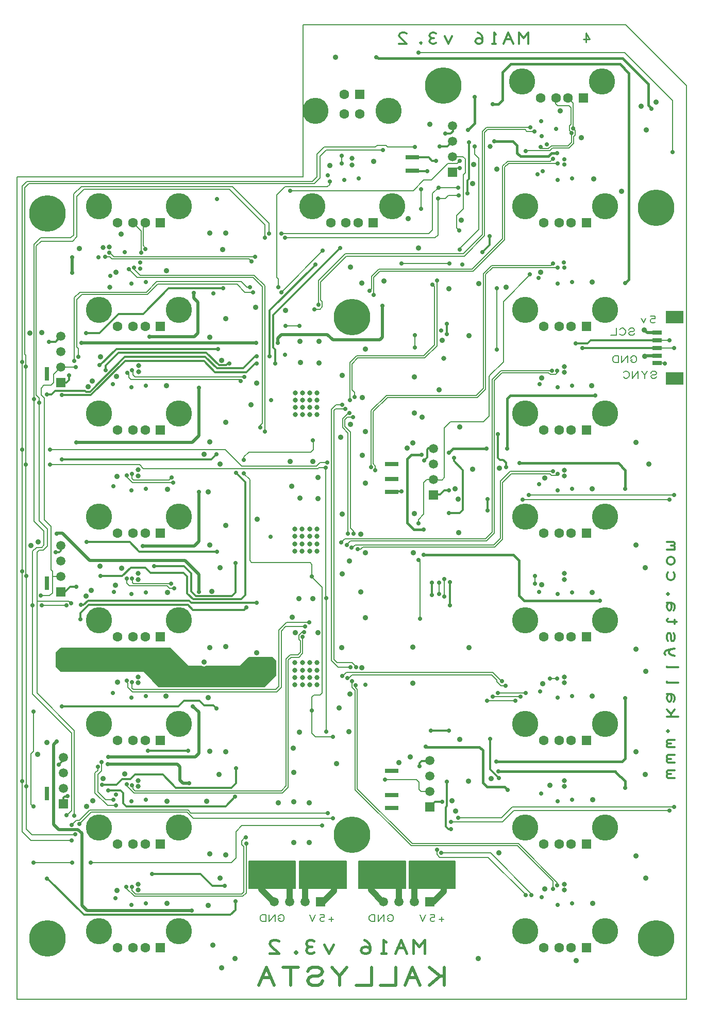
<source format=gbr>
%FSLAX35Y35*%
%MOIN*%
G04 EasyPC Gerber Version 18.0.8 Build 3632 *
%ADD27R,0.03150X0.08661*%
%ADD22R,0.05906X0.05906*%
%ADD14R,0.06299X0.06299*%
%ADD10C,0.00500*%
%ADD71C,0.00591*%
%ADD73C,0.00787*%
%ADD72C,0.00827*%
%ADD12C,0.00984*%
%ADD21C,0.01181*%
%ADD20C,0.01575*%
%ADD11C,0.01969*%
%ADD19C,0.02756*%
%ADD13C,0.03150*%
%ADD70C,0.03543*%
%ADD29C,0.03937*%
%ADD23C,0.05906*%
%ADD15C,0.06299*%
%ADD17C,0.11811*%
%ADD16C,0.16929*%
%ADD18C,0.23622*%
%ADD24R,0.06299X0.02756*%
%ADD28R,0.08661X0.03150*%
%ADD26R,0.05906X0.05906*%
%ADD25R,0.11811X0.08268*%
X0Y0D02*
D02*
D10*
X78740Y98425D02*
Y629921D01*
X263780*
Y728346*
X472441*
X511811Y688976*
Y98425*
X78740*
X170439Y300467D02*
X238616D01*
X245984Y307835*
Y317047*
X243504Y319528*
X235090*
G75*
G02X232430I-1330J2913*
G01*
X228622*
X222953Y313858*
X201593*
G75*
G02X197541I-2026J2480*
G01*
X189291*
X177598Y325551*
X107087*
X103898Y322362*
Y313504*
X107087Y310315*
X160591*
X170439Y300467*
G36*
X238616*
X245984Y307835*
Y317047*
X243504Y319528*
X235090*
G75*
G02X232430I-1330J2913*
G01*
X228622*
X222953Y313858*
X201593*
G75*
G02X197541I-2026J2480*
G01*
X189291*
X177598Y325551*
X107087*
X103898Y322362*
Y313504*
X107087Y310315*
X160591*
X170439Y300467*
G37*
X258681Y170142D02*
Y187894D01*
X228799*
Y170142*
X258681*
G36*
Y187894*
X228799*
Y170142*
X258681*
G37*
X261150D02*
X291551D01*
Y187894*
X261150*
Y170142*
G36*
X291551*
Y187894*
X261150*
Y170142*
G37*
X299736D02*
X329921D01*
Y187894*
X299736*
Y170142*
G36*
X329921*
Y187894*
X299736*
Y170142*
G37*
X332390D02*
X362098D01*
Y187894*
X332390*
Y170142*
G36*
X362098*
Y187894*
X332390*
Y170142*
G37*
D02*
D11*
X114173Y567913D02*
Y577953D01*
X137500Y255217D02*
X193996D01*
X196161Y257382*
Y284055*
X192323Y287894*
X159941Y391339D02*
X193406D01*
X196358Y394291*
Y426575*
X189862Y238110D02*
X186142D01*
X184094Y240157*
Y248720*
X182421Y250394*
X137205*
X191732Y155807D02*
X123917D01*
X120571Y159154*
Y205610*
X118110Y208071*
X105610*
X102362Y211319*
Y263091*
X104232Y264961*
X104331*
X192913Y555020D02*
Y551890D01*
X195669Y549134*
Y529114*
X193331Y526776*
X164276*
X196457Y361909D02*
Y373091D01*
X187343Y382205*
X125512*
X108051Y399665*
X104449*
X104291Y399508*
X196457Y493799D02*
Y462697D01*
X192028Y458268*
X117028*
Y458366*
X232035Y173650D02*
X235445D01*
X236654Y172441*
X233157Y522878D02*
Y522677D01*
X120197*
X236654Y172441D02*
X240063D01*
X241272Y173650*
Y173988*
X244449Y177165*
Y176827*
X247626Y173650*
X251035*
X252244Y172441*
X255654*
X256862Y173650*
X315059Y546654D02*
Y526378D01*
X313386Y524705*
X282854*
X279331Y528228*
X249685*
X247244Y525787*
Y522878*
X355118Y107402D02*
Y119213D01*
Y113307D02*
X352165D01*
X345276Y119213*
X352165Y113307D02*
X345276Y107402D01*
X339370D02*
X334449Y119213D01*
X329528Y107402*
X337402Y112323D02*
X331496D01*
X323622Y119213D02*
Y107402D01*
X313780*
X307874Y119213D02*
Y107402D01*
X298031*
X287205D02*
Y113307D01*
X292126Y119213*
X287205Y113307D02*
X282283Y119213D01*
X276378Y110354D02*
X275394Y108386D01*
X273425Y107402*
X269488*
X267520Y108386*
X266535Y110354*
X267520Y112323*
X269488Y113307*
X273425*
X275394Y114291*
X276378Y116260*
X275394Y118228*
X273425Y119213*
X269488*
X267520Y118228*
X266535Y116260*
X255709Y107402D02*
Y119213D01*
X260630D02*
X250787D01*
X244882Y107402D02*
X239961Y119213D01*
X235039Y107402*
X242913Y112323D02*
X237008D01*
X492717Y514567D02*
X485315D01*
X484803Y514055*
X492717Y529331D02*
X486181D01*
X484449Y531063*
D02*
D12*
X446555Y717146D02*
Y723051D01*
X449016Y719114*
X445079*
D02*
D13*
X134370Y584567D03*
X138386Y584646D03*
X138583Y558661D03*
X157087Y302913D03*
Y306654D03*
X157126Y169094D03*
Y172835D03*
Y236024D03*
Y239764D03*
Y369882D03*
Y373622D03*
Y436850D03*
Y440591D03*
X157480Y504173D03*
Y507913D03*
X258386Y388150D03*
Y392874D03*
Y397598D03*
Y402323D03*
X258425Y301772D03*
Y306496D03*
Y311220D03*
Y315945D03*
X258504Y476339D03*
Y481063D03*
Y485787D03*
Y490512D03*
X263110Y388150D03*
Y392874D03*
Y397598D03*
Y402323D03*
X263150Y301772D03*
Y306496D03*
Y311220D03*
Y315945D03*
X263228Y476339D03*
Y481063D03*
Y485787D03*
Y490512D03*
X267835Y388150D03*
Y392874D03*
Y397598D03*
Y402323D03*
X267874Y301772D03*
Y306496D03*
Y311220D03*
Y315945D03*
X267953Y476339D03*
Y481063D03*
Y485787D03*
Y490512D03*
X272559Y388150D03*
Y392874D03*
Y397598D03*
Y402323D03*
X272598Y301772D03*
Y306496D03*
Y311220D03*
Y315945D03*
X272677Y476339D03*
Y481063D03*
Y485787D03*
Y490512D03*
X295276Y637894D03*
Y641929D03*
X354724Y512894D03*
X384744Y649902D03*
X432677Y169055D03*
Y172795D03*
Y235984D03*
Y239724D03*
Y302913D03*
Y306654D03*
Y369843D03*
Y373583D03*
Y436772D03*
Y440512D03*
X432717Y503780D03*
Y507520D03*
D02*
D14*
X171339Y131890D03*
Y198819D03*
Y265748D03*
Y332677D03*
Y399606D03*
Y466535D03*
Y533465D03*
Y600394D03*
X300197Y683465D03*
X309134Y600394D03*
X444961Y681102D03*
X446929Y131890D03*
Y198819D03*
Y265748D03*
Y332677D03*
Y399606D03*
Y466535D03*
Y533465D03*
Y600394D03*
D02*
D15*
X143780Y131890D03*
Y198819D03*
Y265748D03*
Y332677D03*
Y399606D03*
Y466535D03*
Y533465D03*
Y600394D03*
X153622Y131890D03*
Y198819D03*
Y265748D03*
Y332677D03*
Y399606D03*
Y466535D03*
Y533465D03*
Y600394D03*
X161496Y131890D03*
Y198819D03*
Y265748D03*
Y332677D03*
Y399606D03*
Y466535D03*
Y533465D03*
Y600394D03*
X281575D03*
X290354Y670866D03*
Y683465D03*
X291417Y600394D03*
X299291D03*
X300197Y670866D03*
X417402Y681102D03*
X419370Y131890D03*
Y198819D03*
Y265748D03*
Y332677D03*
Y399606D03*
Y466535D03*
Y533465D03*
Y600394D03*
X427244Y681102D03*
X429213Y131890D03*
Y198819D03*
Y265748D03*
Y332677D03*
Y399606D03*
Y466535D03*
Y533465D03*
Y600394D03*
X435118Y681102D03*
X437087Y131890D03*
Y198819D03*
Y265748D03*
Y332677D03*
Y399606D03*
Y466535D03*
Y533465D03*
Y600394D03*
D02*
D16*
X131693Y142559D03*
Y209488D03*
Y276417D03*
Y343346D03*
Y410276D03*
Y477205D03*
Y544134D03*
Y611063D03*
X183425Y142559D03*
Y209488D03*
Y276417D03*
Y343346D03*
Y410276D03*
Y477205D03*
Y544134D03*
Y611063D03*
X269488D03*
X271575Y672835D03*
X318976D03*
X321220Y611063D03*
X405315Y691772D03*
X407283Y142559D03*
Y209488D03*
Y276417D03*
Y343346D03*
Y410276D03*
Y477205D03*
Y544134D03*
Y611063D03*
X457047Y691772D03*
X459016Y142559D03*
Y209488D03*
Y276417D03*
Y343346D03*
Y410276D03*
Y477205D03*
Y544134D03*
Y611063D03*
D02*
D17*
X236654Y181102D03*
X252244D03*
X267835D03*
X283425D03*
X307520D03*
X323110D03*
X338701D03*
X354291D03*
D02*
D18*
X98425Y137795D03*
Y606299D03*
X295276Y204724D03*
Y539370D03*
X354331Y688976D03*
X492126Y137795D03*
Y610236D03*
D02*
D19*
X82087Y239272D03*
Y375197D03*
Y453878D03*
Y510531D03*
X84449Y443947D03*
Y507480D03*
X84547Y236024D03*
Y372047D03*
X88681Y353051D03*
X89213Y186811D03*
Y222992D03*
Y284370D03*
X89724Y486535D03*
X92913Y484055D03*
X94134Y359252D03*
X94587Y353051D03*
X97874Y231417D03*
Y367441D03*
Y502835D03*
X98071Y176476D03*
Y489488D03*
X99311Y523524D03*
X99941Y443947D03*
X99980Y453898D03*
X103780Y387500D03*
X104291Y399508D03*
X104331Y264961D03*
X105709Y250098D03*
X107028Y371673D03*
Y381673D03*
Y517067D03*
X107520Y287874D03*
Y447559D03*
Y489016D03*
X108563Y234862D03*
Y244862D03*
X110630Y217421D03*
Y353051D03*
X111319Y229823D03*
X112402Y501772D03*
X113780Y354429D03*
X113976Y201181D03*
Y211122D03*
X114173Y567913D03*
Y577953D03*
X114291Y186811D03*
X115591Y510984D03*
X115650Y217126D03*
X116437Y204921D03*
X116496Y507047D03*
X117028Y365059D03*
Y458366D03*
X118406Y513780D03*
X118996Y211614D03*
X119724Y343976D03*
X119843Y353307D03*
X120197Y522677D03*
X123150Y529016D03*
X123780Y393996D03*
X126181Y186811D03*
X131102Y248622D03*
X131299Y577953D03*
X131890Y508268D03*
X132520Y372047D03*
X133465Y251673D03*
X133583Y236929D03*
X135787Y578543D03*
X135945Y505118D03*
X137205Y250394D03*
X137500Y255217D03*
X137598Y233543D03*
X138425Y581102D03*
X138976Y565945D03*
X140748Y296378D03*
X140787Y496024D03*
X140846Y227362D03*
X141024Y430236D03*
X141299Y361890D03*
X142244Y163701D03*
X142520Y223622D03*
X142559Y230709D03*
X148386Y581339D03*
X149409Y171063D03*
X149606Y237323D03*
Y370374D03*
Y437165D03*
X149705Y304331D03*
X150000Y503543D03*
X150984Y570276D03*
X152598Y159567D03*
Y226496D03*
Y293425D03*
Y360354D03*
Y427283D03*
Y494213D03*
Y561142D03*
X152854Y438189D03*
X152953Y171063D03*
Y236614D03*
Y303248D03*
Y370472D03*
X153051Y504921D03*
X154331Y571260D03*
X158465Y570748D03*
Y574646D03*
X158819Y581024D03*
X159941Y391339D03*
X161654Y583504D03*
X161909Y495177D03*
X162008Y160531D03*
Y227461D03*
Y294390D03*
Y361339D03*
Y428248D03*
X162067Y562185D03*
X163189Y259173D03*
X164276Y526776D03*
X165945Y179331D03*
X167402Y378386D03*
X178307Y367008D03*
X178661Y435748D03*
X179724Y432559D03*
X180413Y364173D03*
X189173Y259173D03*
X189862Y238110D03*
X191732Y155807D03*
X192323Y287894D03*
X192913Y555020D03*
X196358Y426575D03*
X196457Y361909D03*
Y493799D03*
X205787Y554606D03*
X207677Y286535D03*
Y450787D03*
X207913Y387835D03*
X208071Y615748D03*
X208543Y518858D03*
X212087Y557913D03*
X213091Y171654D03*
X215827Y509449D03*
X219685Y229252D03*
X219882Y161614D03*
X220039Y380394D03*
X220354Y438898D03*
X220394Y247874D03*
X223307Y498110D03*
X225276Y438543D03*
Y447008D03*
X225787Y500591D03*
X226496Y202953D03*
X226850Y199055D03*
X227126Y351654D03*
X229331Y558701D03*
X230394Y575354D03*
X231457Y555512D03*
X232520Y578543D03*
X233157Y522878D03*
X233504Y354803D03*
X233622Y513976D03*
X233740Y509567D03*
X236063Y467992D03*
X238898Y465512D03*
Y590591D03*
X241732Y593425D03*
X242008Y513976D03*
X242677Y397559D03*
X242874Y485630D03*
X243504Y311024D03*
Y314921D03*
X245630Y509567D03*
X247244Y522878D03*
X247756Y558701D03*
X249528Y555512D03*
Y593425D03*
X251890Y515079D03*
X252008Y590591D03*
X252362Y533661D03*
X255197Y621220D03*
X261378Y533819D03*
X263346Y332638D03*
X264409Y335827D03*
X265118Y339370D03*
X267598Y342205D03*
X269173Y285197D03*
X269449Y371654D03*
X269882Y459606D03*
X271142Y544528D03*
X271535Y573268D03*
X273622Y547480D03*
X275984Y210787D03*
X276280Y582264D03*
X278150Y441929D03*
X278543Y271555D03*
Y357677D03*
X279232Y445276D03*
X279528Y631024D03*
X279764Y218898D03*
X281004Y627067D03*
X282874Y215551D03*
X282953Y267953D03*
X287795Y584213D03*
X288386Y393701D03*
X288583Y638780D03*
Y643740D03*
X288976Y482579D03*
X289094Y307283D03*
X290394Y628071D03*
X291142Y480020D03*
X292047Y392205D03*
X292421Y306102D03*
X292598Y399488D03*
X293504Y477461D03*
X293819Y485709D03*
X294390Y313189D03*
X295079Y390354D03*
X295374Y304134D03*
X296063Y474705D03*
X296260Y399508D03*
X296850Y487598D03*
X297717Y301457D03*
X297835Y313091D03*
X298819Y389370D03*
X299803Y629035D03*
X304134Y301870D03*
X306575Y556575D03*
X307638Y442559D03*
X309409Y553740D03*
X310433Y440453D03*
X310965Y707402D03*
X315059Y546654D03*
X315157Y647343D03*
X316654Y240394D03*
X320768Y444291D03*
X320866Y222047D03*
Y230413D03*
Y246161D03*
X320965Y434646D03*
X327264Y426673D03*
X327461Y574213D03*
X335984Y649409D03*
X336024Y527657D03*
X336122Y519587D03*
X338150Y382559D03*
Y406220D03*
X338465Y710335D03*
X338819Y249016D03*
X339409Y344449D03*
X339961Y609547D03*
Y621949D03*
X340453Y450295D03*
X341693Y385728D03*
Y402165D03*
X341831Y446654D03*
X343012Y261614D03*
X344134Y633819D03*
X345768Y232657D03*
Y242657D03*
X346260Y271949D03*
X346850Y359843D03*
Y367815D03*
X347323Y560472D03*
X348130Y434311D03*
Y444311D03*
X349803Y640551D03*
X350157Y195118D03*
Y562953D03*
X350866Y616043D03*
X351280Y623228D03*
X351654Y360276D03*
Y367717D03*
X352067Y649902D03*
X352992Y193031D03*
X353051Y530906D03*
X353701Y225984D03*
X354843Y358858D03*
Y370197D03*
X355807Y657972D03*
X356594Y528248D03*
Y534941D03*
X356772Y239213D03*
X357972Y427362D03*
X358071Y271949D03*
Y412598D03*
X358120Y451870D03*
X358169Y574114D03*
X358661Y353150D03*
Y368012D03*
X359370Y208386D03*
Y213091D03*
X360335Y643228D03*
X361220Y448327D03*
X363976Y215650D03*
Y623228D03*
X364331Y617913D03*
X364685Y595354D03*
X364862Y582972D03*
X364961Y635630D03*
X365059Y640551D03*
X366732Y573524D03*
X369961Y619291D03*
X370276Y660335D03*
X370965Y652559D03*
X374508Y649803D03*
X374606Y681654D03*
X379724Y581496D03*
X382234Y454281D03*
X382756Y291535D03*
X382874Y414469D03*
Y421850D03*
X384154Y591831D03*
X384646Y266634D03*
X386299Y294016D03*
Y677047D03*
X387205Y653051D03*
X388583Y251969D03*
X388976Y518406D03*
Y558169D03*
X389488Y296496D03*
X389764Y463583D03*
X390059Y245669D03*
X390157Y241437D03*
X392323Y303937D03*
X394803Y301102D03*
X394980Y442421D03*
X395571Y454281D03*
X395965Y233760D03*
X400827Y291535D03*
X403593Y444980D03*
X404370Y294016D03*
X405787Y421575D03*
X407559Y165748D03*
Y296496D03*
X407579Y646752D03*
X409685Y424409D03*
X410472Y566929D03*
X410748Y662165D03*
X411457Y165748D03*
X413425Y659488D03*
X413563Y372047D03*
X413583Y367008D03*
X415394Y631811D03*
X416142Y564606D03*
X416339Y361811D03*
X416417Y431575D03*
X416575Y495945D03*
X417087Y297559D03*
X417244Y649528D03*
X417618Y666043D03*
X417638Y231417D03*
X417815Y656299D03*
X418110Y164528D03*
X418602Y633661D03*
X421220Y651063D03*
X423150Y305709D03*
X424567Y504843D03*
X425276Y169646D03*
Y439646D03*
Y641614D03*
X425394Y573917D03*
X427244Y661102D03*
X427953Y645276D03*
X428110Y172126D03*
Y305709D03*
Y504843D03*
X428189Y159567D03*
Y226496D03*
Y293425D03*
Y360354D03*
Y427283D03*
Y494213D03*
Y561142D03*
Y628071D03*
X428307Y571457D03*
X428465Y438228D03*
Y638780D03*
X432480Y574705D03*
X432579Y571358D03*
Y641535D03*
X432677Y638189D03*
X437323Y658268D03*
X437500Y160531D03*
Y495177D03*
X437598Y227461D03*
Y294390D03*
Y361319D03*
Y562106D03*
Y629035D03*
X437677Y428307D03*
X438386Y661457D03*
X439961Y522441D03*
X444193Y519488D03*
X452510Y488730D03*
X455807Y356004D03*
X471949Y235236D03*
X472047Y293012D03*
Y561535D03*
X472146Y428445D03*
X488976Y673957D03*
X497559Y509449D03*
X500748Y220315D03*
Y421575D03*
Y524331D03*
X502520Y646220D03*
X503583Y222795D03*
Y424409D03*
Y519370D03*
D02*
D70*
X86909Y529035D03*
X87795Y391732D03*
X91929Y256594D03*
X92421Y394094D03*
X94685Y529409D03*
X97933Y264567D03*
X108504Y318110D03*
X113110D03*
X117717D03*
X119094Y583858D03*
X122323Y318110D03*
X123425Y359154D03*
X123524Y223031D03*
X124705Y494488D03*
X126772Y362697D03*
X126929Y318110D03*
X127264Y498228D03*
X127657Y226772D03*
X131535Y318110D03*
X132480Y378346D03*
X132598Y513819D03*
X134370Y241220D03*
X142205Y366063D03*
X142520Y568268D03*
X142874Y500945D03*
X143406Y168701D03*
Y436516D03*
X143504Y303445D03*
X146063Y593071D03*
X146378Y377244D03*
X148327Y244094D03*
X174902Y294390D03*
X175394Y495177D03*
X175472Y569331D03*
X175591Y160531D03*
X175787Y226476D03*
X175945Y428228D03*
X175984Y361260D03*
X199508Y450689D03*
X199567Y316339D03*
X201339Y226339D03*
X202362Y158957D03*
Y426280D03*
X202402Y293307D03*
X203386Y458622D03*
X203445Y192323D03*
X203465Y258583D03*
Y325906D03*
Y391929D03*
Y526386D03*
Y593780D03*
X204528Y362047D03*
X205217Y133366D03*
X209252Y243701D03*
X209843Y444488D03*
X210039Y176772D03*
Y377461D03*
X210827Y118701D03*
X210906Y511575D03*
X211614Y583150D03*
X213583Y191732D03*
Y258268D03*
Y326260D03*
Y404724D03*
Y471378D03*
Y538484D03*
Y593701D03*
X219488Y124606D03*
X230039Y482874D03*
X232035Y173650D03*
X233087Y545874D03*
X233504Y496594D03*
X233760Y322441D03*
X233839Y408701D03*
X236654Y172441D03*
X241272Y173650D03*
X244449Y177165D03*
X247626Y173650D03*
X247638Y225295D03*
X252244Y172441D03*
X252264Y543799D03*
X255197Y446024D03*
X256260Y430079D03*
X256614Y345394D03*
X256862Y173650D03*
X257480Y260827D03*
X257579Y225984D03*
X257677Y199705D03*
Y245177D03*
X258563Y335433D03*
X261122Y357382D03*
X261220Y270984D03*
X261575Y422283D03*
Y523622D03*
X262106Y510039D03*
X263217Y173650D03*
X267520Y199902D03*
X267618Y225295D03*
X267835Y172441D03*
X269980Y357283D03*
Y446161D03*
X272453Y173650D03*
X273268Y335472D03*
Y435748D03*
X273327Y422146D03*
X273976Y509685D03*
X274134Y523622D03*
X275630Y177165D03*
X278807Y173650D03*
X281063Y637362D03*
X283425Y172441D03*
X284528Y707559D03*
X285315Y250787D03*
X287106Y286811D03*
X288043Y173650D03*
X288071Y461614D03*
X288681Y325689D03*
X288858Y373386D03*
X289094Y501614D03*
X289134Y412165D03*
X293307Y271358D03*
X293701Y381890D03*
X293819Y295787D03*
X294173Y470118D03*
X294390Y571850D03*
X300906Y361693D03*
X301083Y399016D03*
X301673Y312697D03*
X301732Y561457D03*
X301890Y487283D03*
X301969Y449921D03*
X302972Y173650D03*
X304016Y431969D03*
X304035Y387008D03*
X304094Y344961D03*
Y518661D03*
X304134Y465551D03*
X307591Y172441D03*
X309154Y639961D03*
X312209Y173650D03*
X315386Y177165D03*
X315866Y562795D03*
X318563Y173650D03*
X323181Y172441D03*
X325787Y251476D03*
X327799Y173650D03*
X330906Y454724D03*
X331496Y603051D03*
X333071Y255020D03*
X334154Y173650D03*
X334547Y302657D03*
X334606Y326142D03*
X334744Y458169D03*
X334882Y387106D03*
X335551Y412559D03*
X335748Y477402D03*
Y500748D03*
X338425Y584213D03*
X338772Y172441D03*
X340650Y474902D03*
X343390Y173650D03*
X345551Y663937D03*
X346567Y177165D03*
X349744Y173650D03*
X351575Y492323D03*
X353642Y524409D03*
X354362Y172441D03*
X358071Y557874D03*
X358980Y173650D03*
X359882Y226614D03*
X362106Y428543D03*
X362205Y220177D03*
X363976Y421900D03*
X364370Y400000D03*
X364862Y266339D03*
X364961Y468406D03*
X366142Y601969D03*
X370768Y239272D03*
X371063Y325689D03*
Y527264D03*
X373425Y440945D03*
Y625591D03*
X374094Y638031D03*
X376969Y124803D03*
X377323Y561122D03*
X385433Y241142D03*
X389075Y634941D03*
X390453Y193110D03*
X390502Y441880D03*
X395079Y558858D03*
X417480Y568268D03*
X417835Y366299D03*
Y500236D03*
X418799Y302461D03*
X419882Y169685D03*
Y435335D03*
X423327Y236909D03*
X430118Y672638D03*
X440256Y123524D03*
X443701Y655433D03*
X450197Y495177D03*
X450689Y562008D03*
X450787Y294390D03*
Y361319D03*
Y428248D03*
X450886Y227461D03*
X450984Y160531D03*
X451496Y628858D03*
X469587Y620768D03*
X478937Y324902D03*
Y458268D03*
X479035Y258268D03*
X479134Y191043D03*
Y391929D03*
X482382Y675886D03*
X484449Y531063D03*
X484803Y514055D03*
X484843Y243701D03*
X485138Y377559D03*
X485157Y176732D03*
X485335Y310531D03*
X485630Y660531D03*
X487205Y444390D03*
X491831Y678248D03*
D02*
D71*
X248822Y150591D02*
X247715D01*
Y150222*
X248083Y149483*
X248453Y149114*
X249191Y148745*
X249929*
X250667Y149114*
X251036Y149483*
X251406Y150222*
Y151698*
X251036Y152436*
X250667Y152805*
X249929Y153174*
X249191*
X248453Y152805*
X248083Y152436*
X247715Y151698*
X245500Y148745D02*
Y153174D01*
X241809Y148745*
Y153174*
X239594Y148745D02*
Y153174D01*
X237380*
X236642Y152805*
X236272Y152436*
X235904Y151698*
Y150222*
X236272Y149483*
X236642Y149114*
X237380Y148745*
X239594*
X283366Y150222D02*
X280413D01*
X281890Y148745D02*
Y151698D01*
X277461Y149114D02*
X276722Y148745D01*
X275615*
X274877Y149114*
X274508Y149852*
Y150222*
X274877Y150960*
X275615Y151329*
X277461*
Y153174*
X274508*
X271555D02*
X269709Y148745D01*
X267864Y153174*
X319369Y150591D02*
X318262D01*
Y150222*
X318631Y149483*
X319000Y149114*
X319738Y148745*
X320476*
X321215Y149114*
X321583Y149483*
X321953Y150222*
Y151698*
X321583Y152436*
X321215Y152805*
X320476Y153174*
X319738*
X319000Y152805*
X318631Y152436*
X318262Y151698*
X316047Y148745D02*
Y153174D01*
X312356Y148745*
Y153174*
X310142Y148745D02*
Y153174D01*
X307927*
X307189Y152805*
X306820Y152436*
X306451Y151698*
Y150222*
X306820Y149483*
X307189Y149114*
X307927Y148745*
X310142*
X354693Y150222D02*
X351740D01*
X353217Y148745D02*
Y151698D01*
X348787Y149114D02*
X348049Y148745D01*
X346942*
X346204Y149114*
X345835Y149852*
Y150222*
X346204Y150960*
X346942Y151329*
X348787*
Y153174*
X345835*
X342882D02*
X341036Y148745D01*
X339191Y153174*
X478071Y528947D02*
X477702Y528209D01*
X476963Y527840*
X475487*
X474749Y528209*
X474380Y528947*
X474749Y529685*
X475487Y530054*
X476963*
X477702Y530423*
X478071Y531161*
X477702Y531900*
X476963Y532269*
X475487*
X474749Y531900*
X474380Y531161*
X468474Y528578D02*
X468843Y528209D01*
X469581Y527840*
X470689*
X471427Y528209*
X471796Y528578*
X472165Y529316*
Y530793*
X471796Y531531*
X471427Y531900*
X470689Y532269*
X469581*
X468843Y531900*
X468474Y531531*
X466260Y532269D02*
Y527840D01*
X462569*
X476806Y511791D02*
X475699D01*
Y511422*
X476068Y510684*
X476437Y510315*
X477175Y509946*
X477913*
X478652Y510315*
X479020Y510684*
X479390Y511422*
Y512899*
X479020Y513637*
X478652Y514006*
X477913Y514375*
X477175*
X476437Y514006*
X476068Y513637*
X475699Y512899*
X473484Y509946D02*
Y514375D01*
X469793Y509946*
Y514375*
X467579Y509946D02*
Y514375D01*
X465364*
X464626Y514006*
X464257Y513637*
X463888Y512899*
Y511422*
X464257Y510684*
X464626Y510315*
X465364Y509946*
X467579*
X491240Y536161D02*
X490502Y535793D01*
X489394*
X488656Y536161*
X488287Y536900*
Y537269*
X488656Y538007*
X489394Y538376*
X491240*
Y540222*
X488287*
X485335Y538745D02*
X483858Y535793D01*
X482382Y538745*
X492244Y501014D02*
X491875Y500276D01*
X491137Y499907*
X489660*
X488922Y500276*
X488553Y501014*
X488922Y501752*
X489660Y502121*
X491137*
X491875Y502490*
X492244Y503228*
X491875Y503967*
X491137Y504336*
X489660*
X488922Y503967*
X488553Y503228*
X484493Y499907D02*
Y502121D01*
X486339Y504336*
X484493Y502121D02*
X482648Y504336D01*
X480433Y499907D02*
Y504336D01*
X476742Y499907*
Y504336*
X470837Y500645D02*
X471206Y500276D01*
X471944Y499907*
X473051*
X473789Y500276*
X474158Y500645*
X474528Y501383*
Y502859*
X474158Y503598*
X473789Y503967*
X473051Y504336*
X471944*
X471206Y503967*
X470837Y503598*
D02*
D20*
X341693Y402165D02*
X335236D01*
X331102Y406299*
Y447717*
X333661Y450276*
X339075*
X339094Y450295*
X340453*
X342362Y127923D02*
Y136781D01*
X338671Y132352*
X334980Y136781*
Y127923*
X330551D02*
X326860Y136781D01*
X323169Y127923*
X329075Y131614D02*
X324646D01*
X317264Y127923D02*
X314311D01*
X315787D02*
Y136781D01*
X317264Y135305*
X306929Y130138D02*
X306191Y131614D01*
X304715Y132352*
X303238*
X301762Y131614*
X301024Y130138*
X301762Y128661*
X303238Y127923*
X304715*
X306191Y128661*
X306929Y130138*
Y132352*
X306191Y134567*
X304715Y136043*
X303238Y136781*
X283307Y133829D02*
X280354Y127923D01*
X277402Y133829*
X270758Y128661D02*
X269281Y127923D01*
X267805*
X266329Y128661*
X265591Y130138*
X266329Y131614*
X267805Y132352*
X269281*
X267805D02*
X266329Y133091D01*
X265591Y134567*
X266329Y136043*
X267805Y136781*
X269281*
X270758Y136043*
X258947Y127923D02*
X258209Y128661D01*
X258947Y129400*
X259685Y128661*
X258947Y127923*
X241969D02*
X247874D01*
X242707Y133091*
X241969Y134567*
X242707Y136043*
X244183Y136781*
X246398*
X247874Y136043*
X374606Y681654D02*
Y664665D01*
X370276Y660335*
X382234Y454281D02*
X360531D01*
X358120Y451870*
X386299Y677047D02*
X389843D01*
X392677Y679882*
Y697598*
X397992Y702913*
X468504*
X474173Y697244*
Y563661*
X472047Y561535*
X390059Y245669D02*
X465591D01*
X466142Y245118*
X395965Y233760D02*
X395866D01*
X393996Y235630*
X382776*
X379921Y238484*
Y259252*
X377657Y261516*
X343110*
X343012Y261614*
X403593Y444980D02*
X467667D01*
X472146Y440502*
Y428445*
X427953Y645276D02*
X424449D01*
X422480Y643307*
X404331*
X401969Y645276*
X402165*
X401969Y645472*
Y650492*
X399409Y653051*
X387205*
X452510Y488730D02*
X397736D01*
X395669Y486663*
Y454281*
X395571*
X455807Y356004D02*
X406791D01*
X403445Y359350*
Y382185*
X399803Y385827*
X341791*
X341693Y385728*
X469961Y252067D02*
X388681D01*
X388583Y251969*
X471949Y235236D02*
Y239311D01*
X466142Y245118*
X472047Y293012D02*
Y254154D01*
X469961Y252067*
X488976Y673957D02*
Y674390D01*
X486988Y676378*
Y690079*
X470157Y706909*
X312303*
X311811Y707402*
X310965*
D02*
D21*
X97874Y231417D02*
Y367441*
X98071Y489488*
X100866D01*
X103189Y491811*
X122756*
X123346Y491220*
X125827*
X148386Y513780*
X200394*
X207913Y506260*
X225000*
X232717Y513976*
X233622*
X99311Y523524D02*
X103484D01*
X107028Y527067*
X103780Y387500D02*
X106004D01*
X106890Y388386*
Y391535*
X107028Y391673*
Y381673D02*
Y517067*
X107520Y287874*
X183071D01*
X186535Y291339*
X196614*
X199488Y288465*
X205748*
X207677Y286535*
X107520Y447559D02*
X204449D01*
X207677Y450787*
X107520Y489016D02*
X126457D01*
X148543Y511102*
X199567*
X206772Y503898*
X227126*
X232795Y509567*
X233740*
X108563Y224862D02*
Y228839D01*
X109154Y229429*
X110925*
X111319Y229823*
X108563Y244862D02*
Y254862*
Y252953D01*
X105709Y250098*
X112402Y501772D02*
Y498819D01*
X110630Y497047*
X107539*
X107520Y497067*
X107028*
X117028Y365059D02*
Y365157D01*
X112992*
X109547Y361713*
X107067*
X107028Y361673*
X119724Y343976D02*
Y348189D01*
X124882Y353346*
X189173*
X192362Y350157*
X220630*
X220669Y350118*
X119843Y353307D02*
X121811D01*
X124646Y356142*
X190079*
X191417Y354803*
X233504*
X123780Y393996D02*
X151516D01*
X157677Y387835*
X207913*
X131890Y508268D02*
X132323D01*
X142913Y518858*
X208543*
X132520Y372047D02*
X146693D01*
X152205Y377559*
X161732*
X165079Y374213*
X186220*
X188740Y371693*
Y360866*
X192677Y356929*
X223661*
X226417Y359685*
Y432835*
X220354Y438898*
X133583Y236929D02*
X142992D01*
X146732Y240669*
X152008*
X154921Y243583*
X173031*
X181417Y235197*
X217402*
X220394Y238189*
Y247874*
X135945Y505118D02*
Y508150D01*
X144331Y516535*
X201102*
X209173Y508465*
X214134*
X215118Y509449*
X215827*
X137598Y233543D02*
X145551D01*
X147402Y231693*
Y224980*
X149252Y223130*
X213543*
X219724Y229252*
X219685*
X163189Y259173D02*
X189173D01*
X165945Y179331D02*
X197244D01*
X204921Y171654*
X213091*
X167402Y378386D02*
X186614D01*
X191220Y373780*
Y362126*
X194370Y358976*
X217756*
X220039Y361260*
Y380394*
X212087Y557913D02*
X176732D01*
X160315Y541496*
X144449*
X131969Y529016*
X123150*
X219882Y161614D02*
Y156201D01*
X216634Y152953*
X121988*
X98465Y176476*
X98071*
X220669Y350118D02*
X225591D01*
X227126Y351654*
X245630Y509567D02*
Y518307D01*
X244291Y519646*
Y540709*
X287795Y584213*
X271535Y573268D02*
Y573189D01*
X242008Y543661*
Y513976*
X320768Y444291D02*
X320866D01*
Y222047D02*
Y230413*
Y246161*
X320965Y434646*
X320866D01*
X327264Y426673D02*
X320965D01*
X320866Y426575*
X338819Y249016D02*
Y251142D01*
X340236Y252559*
X345669*
X345768Y252657*
X341831Y446654D02*
X343996Y448819D01*
Y453839*
X344783Y454626*
X347815*
X348130Y454311*
X344134Y633819D02*
X334567D01*
X334213Y634173*
X345768Y242657D02*
X346260Y271949*
X358071D01*
X346850Y367815D02*
Y359843D01*
X348130Y444311D02*
X349803Y640551*
X346969D01*
X344843Y642677*
X334213*
X352067Y649902D02*
X357008D01*
X360335Y653228*
X353701Y225984D02*
X349094D01*
X345768Y222657*
X355807Y657972D02*
X359055D01*
X360630Y659547*
Y662933*
X360335Y663228*
X356594Y534941D02*
Y528248D01*
X356772Y223346D02*
Y239213D01*
Y223346D02*
X355945Y222520D01*
Y210236*
X357795Y208386*
X359370*
X357972Y427362D02*
X355118D01*
X352461Y424705*
X348524*
X348130Y424311*
X358661Y368012D02*
Y353150D01*
X361220Y448327D02*
Y446358D01*
X367028Y440551*
Y414764*
X364862Y412598*
X358071*
X370965Y652559D02*
Y628740D01*
X369961Y627736*
Y619291*
X382874Y414469D02*
Y421850D01*
X384154Y591831D02*
Y585925D01*
X379724Y581496*
X390157Y241437D02*
X384646Y246949D01*
Y266634*
X394980Y442421D02*
Y445276D01*
X393110Y447146*
X391142*
X389764Y448524*
Y463583*
X409331Y715999D02*
Y723381D01*
X406255Y719690*
X403179Y723381*
Y715999*
X399488D02*
X396412Y723381D01*
X393337Y715999*
X398258Y719075D02*
X394567D01*
X388415Y715999D02*
X385955D01*
X387185D02*
Y723381D01*
X388415Y722151*
X379803Y717844D02*
X379188Y719075D01*
X377957Y719690*
X376727*
X375497Y719075*
X374882Y717844*
X375497Y716614*
X376727Y715999*
X377957*
X379188Y716614*
X379803Y717844*
Y719690*
X379188Y721535*
X377957Y722766*
X376727Y723381*
X360118Y720920D02*
X357657Y715999D01*
X355197Y720920*
X349660Y716614D02*
X348430Y715999D01*
X347200*
X345969Y716614*
X345354Y717844*
X345969Y719075*
X347200Y719690*
X348430*
X347200D02*
X345969Y720305D01*
X345354Y721535*
X345969Y722766*
X347200Y723381*
X348430*
X349660Y722766*
X339818Y715999D02*
X339203Y716614D01*
X339818Y717230*
X340433Y716614*
X339818Y715999*
X325669D02*
X330591D01*
X326284Y720305*
X325669Y721535*
X326284Y722766*
X327515Y723381*
X329360*
X330591Y722766*
X492717Y519488D02*
X444193D01*
X492717Y524409D02*
X449606D01*
X447638Y522441*
X439961*
X503972Y241575D02*
X499665D01*
X499050Y242190*
Y243420*
X499665Y244035*
X501511*
X499665D02*
X499050Y244651D01*
Y245881*
X499665Y246496*
X503972*
Y251417D02*
X499665D01*
X499050Y252033*
Y253263*
X499665Y253878*
X501511*
X499665D02*
X499050Y254493D01*
Y255724*
X499665Y256339*
X503972*
Y261260D02*
X499665D01*
X499050Y261875*
Y263106*
X499665Y263720*
X501511*
X499665D02*
X499050Y264336D01*
Y265566*
X499665Y266181*
X503972*
X499050Y271718D02*
X499665Y272333D01*
X500281Y271718*
X499665Y271102*
X499050Y271718*
Y280945D02*
X506432D01*
X501511D02*
Y282791D01*
X503972Y285866*
X501511Y282791D02*
X499050Y285866D01*
X503356Y290787D02*
X503972Y292018D01*
Y293863*
X503356Y295094*
X502126Y295709*
X500281*
X499665Y295094*
X499050Y293863*
Y292633*
X499665Y291403*
X500281Y290787*
X500896*
X501511Y291403*
X502126Y292633*
Y293863*
X501511Y295094*
X500896Y295709*
X500281D02*
X499050D01*
Y303706D02*
Y303091D01*
X506432*
X499050Y313548D02*
Y312933D01*
X506432*
X503972Y320315D02*
X501511Y320930D01*
X500281Y322161*
Y323391*
X501511Y324621*
X503972Y325236*
X501511Y324621D02*
X499050Y324006D01*
X497820Y323391*
X497205Y322161*
X497820Y320930*
X499665Y330157D02*
X499050Y331388D01*
Y333848*
X499665Y335079*
X500896*
X501511Y333848*
Y331388*
X502126Y330157*
X503356*
X503972Y331388*
Y333848*
X503356Y335079*
X503972Y341230D02*
Y343691D01*
X505202Y342461D02*
X499665D01*
X499050Y343076*
Y343691*
X499665Y344306*
X503356Y349843D02*
X503972Y351073D01*
Y352919*
X503356Y354149*
X502126Y354764*
X500281*
X499665Y354149*
X499050Y352919*
Y351688*
X499665Y350458*
X500281Y349843*
X500896*
X501511Y350458*
X502126Y351688*
Y352919*
X501511Y354149*
X500896Y354764*
X500281D02*
X499050D01*
Y360300D02*
X499665Y360915D01*
X500281Y360300*
X499665Y359685*
X499050Y360300*
X503356Y374449D02*
X503972Y373219D01*
Y371373*
X503356Y370143*
X502126Y369528*
X500896*
X499665Y370143*
X499050Y371373*
Y373219*
X499665Y374449*
X500896Y379370D02*
X499665Y379985D01*
X499050Y381216*
Y382446*
X499665Y383676*
X500896Y384291*
X502126*
X503356Y383676*
X503972Y382446*
Y381216*
X503356Y379985*
X502126Y379370*
X500896*
X499050Y389213D02*
X503972D01*
X503356D02*
X503972Y389828D01*
Y391058*
X503356Y391673*
X501511*
X503356D02*
X503972Y392289D01*
Y393519*
X503356Y394134*
X499050*
D02*
D22*
X274843Y161417D03*
X345709D03*
D02*
D23*
X107028Y371673D03*
Y381673D03*
Y391673D03*
Y507067D03*
Y517067D03*
Y527067D03*
X108563Y234862D03*
Y244862D03*
Y254862D03*
X244843Y161417D03*
X254843D03*
X264843D03*
X315709D03*
X325709D03*
X335709D03*
X345768Y232657D03*
Y242657D03*
Y252657D03*
X348130Y434311D03*
Y444311D03*
Y454311D03*
X360335Y643228D03*
Y653228D03*
Y663228D03*
D02*
D24*
X492717Y509646D03*
Y514567D03*
Y519488D03*
Y524409D03*
Y529331D03*
D02*
D25*
X504134Y499606D03*
Y539370D03*
D02*
D26*
X107028Y361673D03*
Y497067D03*
X108563Y224862D03*
X345768Y222657D03*
X348130Y424311D03*
X360335Y633228D03*
D02*
D27*
X97874Y231417D03*
Y367441D03*
Y502835D03*
D02*
D28*
X320866Y222047D03*
Y230413D03*
Y246161D03*
Y426575D03*
Y434646D03*
Y444291D03*
X334213Y634173D03*
Y642677D03*
D02*
D29*
X113110Y318110D02*
X108504D01*
X117717D02*
X113110D01*
X122323D02*
X117717D01*
X126929D02*
X122323D01*
X131535D02*
X126929D01*
X243504Y311024D02*
X233937D01*
X226850Y303937*
X178307*
X164134Y318110*
X131535*
X244843Y161417D02*
X244539D01*
X236594Y169362*
Y181043*
X236654Y181102*
X254843Y161417D02*
Y178504D01*
X252244Y181102*
X264843Y161417D02*
Y178110D01*
X267835Y181102*
X274843Y161417D02*
Y161567D01*
X276740*
X283516Y168343*
Y181012*
X283425Y181102*
X315709Y161417D02*
X315087D01*
X307531Y168972*
Y180311*
X307520Y180323*
Y181102*
X325709Y161417D02*
Y178504D01*
X323110Y181102*
X335709Y161417D02*
Y178110D01*
X338701Y181102*
X345709Y161417D02*
X347917D01*
X354693Y168193*
Y180701*
X354291Y181102*
D02*
D72*
X152854Y438189D02*
Y435039D01*
X153917Y433976*
X176890*
X178661Y435748*
X158819Y581024D02*
Y595197D01*
X153622Y600394*
X161654Y583504D02*
Y584213D01*
X160236Y585630*
Y598780*
X161496Y600039*
Y600394*
X178307Y367008D02*
X153858D01*
X153150Y367717*
Y370197*
X152874Y370472*
X152953*
X179724Y432559D02*
X153150D01*
X149606Y436102*
Y437165*
X180413Y364173D02*
X177205D01*
X175787Y365591*
X151378*
X149606Y367362*
Y370374*
X223307Y498110D02*
Y497756D01*
X223661*
X222185Y499173*
X152343*
X150984Y500531*
Y502559*
X150000Y503543*
X225787Y500591D02*
X155020D01*
X153504Y502106*
Y504488*
X153051Y504921*
X226496Y202953D02*
X226142D01*
X224016Y200827*
Y198346*
X225433Y196929*
Y167874*
X224016Y166457*
X155276*
X152953Y168780*
Y171063*
X226850Y199055D02*
Y167165D01*
X224724Y165039*
X154567*
X149409Y170197*
Y171063*
X230394Y575354D02*
X228622Y577126D01*
X140039*
X138622Y578543*
X135787*
X232520D02*
X141309D01*
X138750Y581102*
X138425*
X236063Y467992D02*
Y469409D01*
X237480Y470827*
Y559055*
X231457Y565079*
X156339*
X151890Y569528*
X151732*
X150984Y570276*
X238898Y465512D02*
Y559646D01*
X232047Y566496*
X158465*
X154429Y570531*
Y571260*
X154331*
X260866Y332992D02*
Y333661D01*
X263327Y336122*
X264114*
X264409Y335827*
X260866Y332992D02*
Y331220D01*
X261929Y330157*
Y322717*
X260157Y320945*
X255197*
X252717Y318465*
Y236260*
X249528Y233071*
X154921*
X153504Y234488*
Y236063*
X152953Y236614*
X263346Y332638D02*
Y322008D01*
X260866Y319528*
X255906*
X254134Y317756*
Y235551*
X250236Y231654*
X154213*
X149606Y236260*
Y237323*
X265118Y339370D02*
X252362D01*
X249528Y336535*
Y300039*
X246693Y297205*
X153150*
X150315Y300039*
Y302874*
X149705Y303484*
Y304331*
X267598Y342205D02*
X253071D01*
X248110Y337244*
Y300748*
X245984Y298622*
X153858*
X152953Y299528*
Y303248*
X271142Y544528D02*
X274685D01*
X276102Y545945*
Y549488*
X275039Y550551*
Y562244*
X291693Y578898*
X367874*
X380984Y592008*
Y658622*
X383110Y660748*
X407205*
X408465Y659488*
X413425*
X273622Y547480D02*
Y562953D01*
X290984Y580315*
X367165*
X379567Y592717*
Y659331*
X382402Y662165*
X410748*
X288386Y393701D02*
Y393819D01*
X290630Y396063*
X381693*
X385945Y400315*
Y499173*
X391614Y504843*
X424567*
X288583Y643740D02*
Y638780D01*
X288976Y482579D02*
X285020D01*
X282126Y479685*
Y317402*
X286339Y313189*
X294390*
X289094Y307283D02*
X289370D01*
X291693Y309606*
X386299*
X391969Y303937*
X392323*
X291142Y480020D02*
X284587D01*
X283543Y478976*
Y318110*
X285709Y315945*
X295374*
X298031Y313287*
Y313091*
X297835*
X292421Y306102D02*
X293150D01*
X295236Y308189*
X385591*
X389134Y304646*
Y303583*
X391614Y301102*
X394803*
X292598Y399488D02*
X292756D01*
Y464409*
X289213Y467953*
Y473602*
X293071Y477461*
X293504*
X295079Y390354D02*
X295551D01*
X297362Y392165*
X387008*
X391260Y396417*
Y433268*
X397638Y439646*
X425276*
X295374Y304134D02*
Y303366D01*
X295236Y303228*
Y300039*
X297362Y297913*
Y233780*
X333504Y197638*
X402244*
X425276Y174606*
Y169646*
X296260Y399508D02*
Y401063D01*
X294173Y403150*
Y465157*
X290630Y468701*
Y472953*
X292382Y474705*
X296063*
X296850Y487598D02*
Y490827D01*
X295236Y492441*
Y509094*
X299134Y512992*
X342362*
X350157Y520787*
Y562953*
X297717Y301457D02*
Y299685D01*
X298780Y298622*
Y234488*
X334213Y199055*
X402953*
X428110Y173898*
Y172126*
X298819Y389370D02*
X300945D01*
X302323Y390748*
X387717*
X392677Y395709*
Y432559*
X398346Y438228*
X423150*
X424213Y437165*
X307638Y442559D02*
Y478976D01*
X317559Y488898*
X375669*
X380276Y493504*
Y567559*
X385591Y572874*
X423996*
X425039Y573917*
X425394*
X309409Y553740D02*
Y565079D01*
X313307Y568976*
X373543*
X394094Y589528*
Y636299*
X396575Y638780*
X428465*
X347323Y560472D02*
X348740Y559055D01*
Y521496*
X341654Y514409*
X298307*
X293819Y509921*
Y485709*
X407579Y646752D02*
Y646929D01*
X423150*
X424921Y648701*
X435728*
X438740Y651713*
Y656142*
X439803Y657205*
Y660039*
X438386Y661457*
X413583Y367008D02*
Y369488D01*
X413563*
Y372047*
X423150Y305709D02*
X428110D01*
X424213Y437165D02*
X427402D01*
X428465Y438228*
X425276Y641614D02*
X424921D01*
X423504Y640197*
X395866*
X392677Y637008*
Y590236*
X372835Y570394*
X312598*
X307992Y565787*
Y557638*
X306929Y556575*
X306575*
X428110Y504843D02*
Y503425D01*
X427047Y502362*
X423504*
X422441Y503425*
X392323*
X387362Y498465*
Y399606*
X382402Y394646*
X294173*
X292047Y392520*
Y392205*
X428307Y571457D02*
X386220D01*
X381693Y566929*
Y492795*
X376378Y487480*
X318268*
X309055Y478268*
Y444587*
X310433Y443209*
Y440453*
X437323Y658268D02*
Y652362D01*
X435079Y650118*
X424213*
X422441Y648346*
X418307*
Y648465*
X417244Y649528*
X437323Y658268D02*
Y658819D01*
X435906Y660236*
Y663031*
X436969Y664094*
Y674705*
X435492Y676181*
X428445*
X427067Y677559*
Y680925*
X427244Y681102*
X438386Y661457D02*
Y677874D01*
X435157Y681102*
X435118*
D02*
D73*
X82087Y375197D02*
Y239272D01*
Y453878D02*
Y375197D01*
Y510531D02*
Y453878D01*
X84449Y443947D02*
Y371949D01*
X84547Y372047*
X84449Y507480D02*
Y443947D01*
X84547Y236024D02*
Y208563D01*
X88287Y204823*
X116339*
X116437Y204921*
X84547Y372047D02*
Y236024D01*
X88681Y353051D02*
Y295669D01*
X113976Y270374*
Y220276*
X111122Y217421*
X110630*
X89213Y186811D02*
X114291D01*
X89213Y284370D02*
Y258701D01*
X87756Y257244*
Y224449*
X89213Y222992*
X89724Y486535D02*
X89764Y486496D01*
Y407283*
X95965Y401083*
Y392028*
X94488Y390551*
X91240*
X88681Y387992*
Y353051*
X91535Y355610D02*
Y296358D01*
X115650Y272244*
Y217126*
X92913Y484055D02*
Y407874D01*
X98425Y402362*
Y391339*
X95669Y388583*
X92815*
X91535Y387303*
Y355610*
X97874Y502835D02*
X101732Y371673*
Y361220D01*
X99764Y359252*
X94134*
X107028Y371673D02*
X101732D01*
X107028D02*
Y507067*
Y507106D01*
X102362Y502441*
Y496929*
X100748Y495315*
X95984*
X94213Y493543*
Y489134*
X96339Y487008*
Y408425*
X100630Y404134*
Y376102*
X101732Y375000*
Y371673*
X108563Y234862D02*
X110630Y353051*
X94587D01*
X113780Y354429D02*
X113878D01*
X112008Y355610*
X91535*
X113976Y201181D02*
X87598D01*
X82087Y206693*
Y239272*
X116496Y507047D02*
X107047D01*
X107028Y507067*
X118406Y513780D02*
Y519114D01*
X117323Y520197*
Y550846*
X120512Y554035*
X145748*
X145768Y554016*
X163071*
X169685Y560630*
X220827*
X225945Y555512*
X231457*
X126181Y186811D02*
X217362D01*
X220157Y189606*
Y206772*
X224134Y210748*
X275984*
Y210787*
X131102Y248622D02*
Y246555D01*
X129134Y244587*
Y231890*
X137402Y223622*
X142520*
X140846Y227362D02*
X136024D01*
X130906Y232480*
Y243602*
X133465Y246161*
Y251673*
X225276Y438543D02*
Y438189D01*
X229173Y434291*
Y382047*
X230472Y380748*
X268189*
X269449Y379488*
Y371654*
X225276Y447008D02*
Y448976D01*
X228543Y452244*
X268780*
X270157Y453622*
Y460157*
X269882Y459606*
X229331Y558701D02*
X227244D01*
X223661Y562283*
X169094*
X162323Y555512*
X119252*
X115768Y552028*
Y510984*
X115591*
X238898Y590591D02*
Y599094D01*
X215866Y622126*
X121969*
X117362Y617520*
Y591299*
X114528Y588465*
X94213*
X91142Y585394*
Y489016*
X92913Y487244*
Y484055*
X241732Y593425D02*
Y600157D01*
X217992Y623898*
X120197*
X115236Y618937*
Y592362*
X113465Y590591*
X93858*
X89724Y586457*
Y486535*
X247756Y558701D02*
Y564016D01*
X246693Y565079*
Y618268*
X252008Y623583*
X279429*
X281004Y625157*
Y627067*
X249528Y555512D02*
X276280Y582264D01*
X252008Y590591D02*
X349094D01*
X350866Y592362*
Y616043*
X252362Y533661D02*
X261378D01*
Y533819*
X269173Y285197D02*
Y293622D01*
X270630Y295079*
X274803*
X276063Y296339*
Y364843*
X269449Y371457*
Y371654*
X278150Y441929D02*
Y358071D01*
X278543Y357677*
X278150Y441929D02*
X273770D01*
X273376Y441535*
X160384*
X157972Y443947*
X99941*
X278543Y357677D02*
Y271555D01*
X279232Y445276D02*
X274488D01*
X272323Y443110*
X223976*
X213189Y453898*
X99980*
X279764Y218898D02*
X191142D01*
X189173Y220866*
X125787*
X119094Y214173*
X117126*
X113780Y210827*
X113976*
Y211122*
X282874Y215551D02*
X192520D01*
X188583Y219488*
X126673*
X118996Y211811*
Y211614*
X282953Y267953D02*
X271614D01*
X269173Y270394*
Y285197*
X315157Y647343D02*
X278543D01*
X274606Y643406*
Y629409*
X270866Y625669*
X86476*
X83760Y622953*
Y515276*
X84449Y514587*
Y507480*
X316654Y240394D02*
X337008D01*
X338504Y238898*
Y234094*
X339961Y232638*
X345000*
X345020Y232657*
X345768*
X335984Y649409D02*
X318268D01*
X317205Y650472*
X311535*
X310472Y649409*
X277165*
X272559Y644803*
Y629921*
X269724Y627087*
X85000*
X82087Y624173*
Y510531*
X336122Y519587D02*
Y527657D01*
X336024*
X338150Y406220D02*
Y408465D01*
X341772Y412087*
Y432559*
X343543Y434331*
X348110*
X348130Y434311*
X339409Y344449D02*
Y381299D01*
X338150Y382559*
X339961Y609547D02*
Y621949D01*
X345768Y232657D02*
X348130Y434311*
X350157Y195118*
Y192165D01*
X352126Y190197*
X383465*
X407559Y166102*
Y165748*
X351280Y623228D02*
X351260D01*
X347323Y619291*
Y595906*
X344843Y593425*
X249528*
X351654Y367717D02*
Y360276D01*
X352992Y193031D02*
X384882D01*
X411457Y166457*
Y165748*
X354843Y370197D02*
Y358858D01*
X358169Y574114D02*
X327559D01*
X327461Y574213*
X358760Y623228D02*
X363976D01*
X358760D02*
X351280D01*
X359370Y213091D02*
X392677D01*
X399902Y220315*
X500748*
X360335Y643228D02*
X367047D01*
X368661Y641614*
Y632795*
X367244Y631378*
Y609488*
X362835Y605079*
Y597205*
X364685Y595354*
X360335Y643228D02*
X363976Y215650*
X391969D01*
X399114Y222795*
X503583*
X364331Y617913D02*
X357579D01*
X355709Y616043*
X350866*
X364961Y635630D02*
X362736D01*
X360335Y633228*
X365059Y640551D02*
X363327Y638819D01*
X357480*
X346693Y628031*
X341772*
X334921Y621181*
X331142*
X331102Y621220*
X255197*
X374508Y649803D02*
Y644882D01*
X377165Y642224*
Y596161*
X364862Y583858*
Y582972*
X382756Y291535D02*
X400827D01*
X386299Y294016D02*
X404370D01*
X388976Y518406D02*
Y558169D01*
X389488Y296496D02*
X407559D01*
X405787Y421575D02*
X500748D01*
X409685Y424409D02*
X503583D01*
X410472Y566929D02*
Y566811D01*
X393150Y549488*
Y510433*
X384331Y501614*
Y501575*
X383819Y501063*
Y475315*
X380315Y471811*
X359016*
X355039Y467835*
Y435748*
X353504Y434213*
X348228*
X348130Y434311*
X492717Y509646D02*
X497362D01*
X497559Y509449*
X492717Y519488D02*
X503465D01*
X503583Y519370*
X492717Y524409D02*
X500669D01*
X500748Y524331*
X502520Y646220D02*
Y679508D01*
X471693Y710335*
X338465*
X0Y0D02*
M02*

</source>
